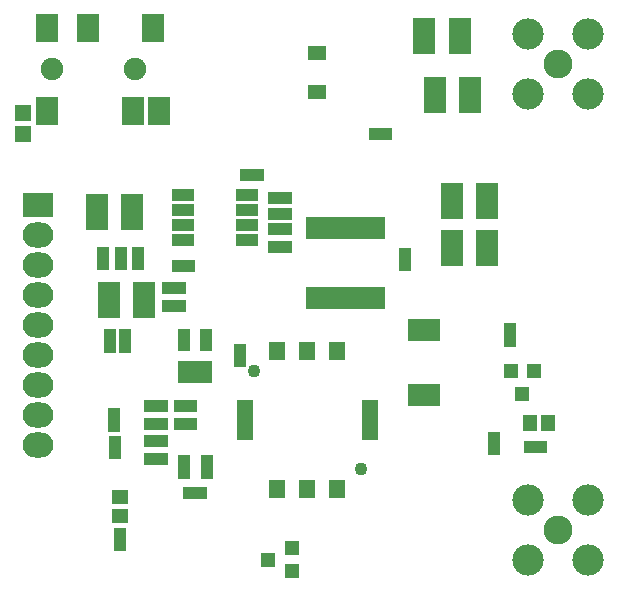
<source format=gbr>
G04 #@! TF.FileFunction,Soldermask,Bot*
%FSLAX46Y46*%
G04 Gerber Fmt 4.6, Leading zero omitted, Abs format (unit mm)*
G04 Created by KiCad (PCBNEW 4.0.5+dfsg1-4) date Tue Aug 14 14:25:04 2018*
%MOMM*%
%LPD*%
G01*
G04 APERTURE LIST*
%ADD10C,0.100000*%
%ADD11R,1.825000X3.050000*%
%ADD12R,1.040000X0.990000*%
%ADD13R,0.990000X1.040000*%
%ADD14R,1.600000X1.300000*%
%ADD15R,1.275000X1.350000*%
%ADD16R,1.350000X1.275000*%
%ADD17R,2.800000X1.900000*%
%ADD18R,1.200000X1.300000*%
%ADD19R,1.300000X1.200000*%
%ADD20R,1.050000X1.960000*%
%ADD21R,1.100000X0.800000*%
%ADD22R,1.400000X1.500000*%
%ADD23R,1.400000X3.400000*%
%ADD24C,1.100000*%
%ADD25R,1.350000X1.450000*%
%ADD26R,1.900000X2.400000*%
%ADD27C,1.900000*%
%ADD28R,2.600000X2.140000*%
%ADD29O,2.600000X2.140000*%
%ADD30C,2.450000*%
%ADD31C,2.650000*%
%ADD32R,0.850000X1.850000*%
%ADD33R,1.950000X1.000000*%
G04 APERTURE END LIST*
D10*
D11*
X58512500Y-99600000D03*
X61487500Y-99600000D03*
D12*
X60500000Y-103015000D03*
X60500000Y-103985000D03*
X59600000Y-110985000D03*
X59600000Y-110015000D03*
D11*
X59512500Y-107000000D03*
X62487500Y-107000000D03*
D13*
X65313700Y-104140000D03*
X66283700Y-104140000D03*
X65485000Y-107500000D03*
X64515000Y-107500000D03*
D12*
X60900000Y-110985000D03*
X60900000Y-110015000D03*
D13*
X65485000Y-106000000D03*
X64515000Y-106000000D03*
D12*
X70600000Y-111215000D03*
X70600000Y-112185000D03*
D13*
X73515000Y-99700000D03*
X74485000Y-99700000D03*
D11*
X88512500Y-98600000D03*
X91487500Y-98600000D03*
X88512500Y-102600000D03*
X91487500Y-102600000D03*
X87112500Y-89700000D03*
X90087500Y-89700000D03*
X86212500Y-84700000D03*
X89187500Y-84700000D03*
D13*
X63015000Y-117500000D03*
X63985000Y-117500000D03*
X63985000Y-119000000D03*
X63015000Y-119000000D03*
X63015000Y-116001800D03*
X63985000Y-116001800D03*
X66315000Y-123400000D03*
X67285000Y-123400000D03*
X74485000Y-102500000D03*
X73515000Y-102500000D03*
D12*
X59000000Y-103015000D03*
X59000000Y-103985000D03*
D14*
X77100000Y-86150000D03*
X77100000Y-89450000D03*
D15*
X95112500Y-117400000D03*
X96687500Y-117400000D03*
D16*
X60400000Y-123712500D03*
X60400000Y-125287500D03*
D17*
X86144100Y-109543400D03*
X86144100Y-115043400D03*
D18*
X93550000Y-113000000D03*
X95450000Y-113000000D03*
X94500000Y-115000000D03*
D19*
X75000000Y-128050000D03*
X75000000Y-129950000D03*
X73000000Y-129000000D03*
D12*
X62000000Y-103985000D03*
X62000000Y-103015000D03*
D13*
X73515000Y-101000000D03*
X74485000Y-101000000D03*
X71115000Y-96400000D03*
X72085000Y-96400000D03*
X74485000Y-98400000D03*
X73515000Y-98400000D03*
D12*
X93500000Y-109515000D03*
X93500000Y-110485000D03*
X92087700Y-118666400D03*
X92087700Y-119636400D03*
D13*
X82015000Y-93000000D03*
X82985000Y-93000000D03*
X66485000Y-117500000D03*
X65515000Y-117500000D03*
X63985000Y-120500000D03*
X63015000Y-120500000D03*
X66485000Y-116000000D03*
X65515000Y-116000000D03*
D12*
X84600000Y-104085000D03*
X84600000Y-103115000D03*
X59900000Y-116715000D03*
X59900000Y-117685000D03*
X60000000Y-119985000D03*
X60000000Y-119015000D03*
D13*
X96085000Y-119500000D03*
X95115000Y-119500000D03*
D12*
X60400000Y-127785000D03*
X60400000Y-126815000D03*
D20*
X67752000Y-113084600D03*
X66802000Y-113084600D03*
X65852000Y-113084600D03*
X65852000Y-110384600D03*
X67752000Y-110384600D03*
D21*
X65877400Y-121808000D03*
X65877400Y-121158000D03*
X65877400Y-120508000D03*
X67777400Y-120508000D03*
X67777400Y-121808000D03*
X67777400Y-121158000D03*
D22*
X78841600Y-111307500D03*
X76301600Y-111307500D03*
X73761600Y-111307500D03*
X78841600Y-123007500D03*
X76301600Y-123007500D03*
X73761600Y-123007500D03*
D23*
X81601600Y-117157500D03*
X71001600Y-117157500D03*
D24*
X71801600Y-113007500D03*
X80801600Y-121307500D03*
D25*
X52200000Y-91225000D03*
X52200000Y-92975000D03*
D26*
X63200000Y-84000000D03*
X57700000Y-84000000D03*
X54300000Y-84000000D03*
X63700000Y-91000000D03*
X61500000Y-91000000D03*
D27*
X54700000Y-87500000D03*
X61700000Y-87500000D03*
D26*
X54300000Y-91000000D03*
D28*
X53500000Y-99000000D03*
D29*
X53500000Y-101540000D03*
X53500000Y-104080000D03*
X53500000Y-106620000D03*
X53500000Y-109160000D03*
X53500000Y-111700000D03*
X53500000Y-114240000D03*
X53500000Y-116780000D03*
X53500000Y-119320000D03*
D30*
X97500000Y-126500000D03*
D31*
X94960000Y-129040000D03*
X100040000Y-129040000D03*
X100040000Y-123960000D03*
X94960000Y-123960000D03*
D30*
X97500000Y-87000000D03*
D31*
X94960000Y-89540000D03*
X100040000Y-89540000D03*
X100040000Y-84460000D03*
X94960000Y-84460000D03*
D32*
X76575000Y-100950000D03*
X77225000Y-100950000D03*
X77875000Y-100950000D03*
X78525000Y-100950000D03*
X79175000Y-100950000D03*
X79825000Y-100950000D03*
X80475000Y-100950000D03*
X81125000Y-100950000D03*
X81775000Y-100950000D03*
X82425000Y-100950000D03*
X82425000Y-106850000D03*
X81775000Y-106850000D03*
X81125000Y-106850000D03*
X80475000Y-106850000D03*
X79825000Y-106850000D03*
X79175000Y-106850000D03*
X78525000Y-106850000D03*
X77875000Y-106850000D03*
X77225000Y-106850000D03*
X76575000Y-106850000D03*
D33*
X65800000Y-101905000D03*
X65800000Y-100635000D03*
X65800000Y-99365000D03*
X65800000Y-98095000D03*
X71200000Y-98095000D03*
X71200000Y-99365000D03*
X71200000Y-100635000D03*
X71200000Y-101905000D03*
M02*

</source>
